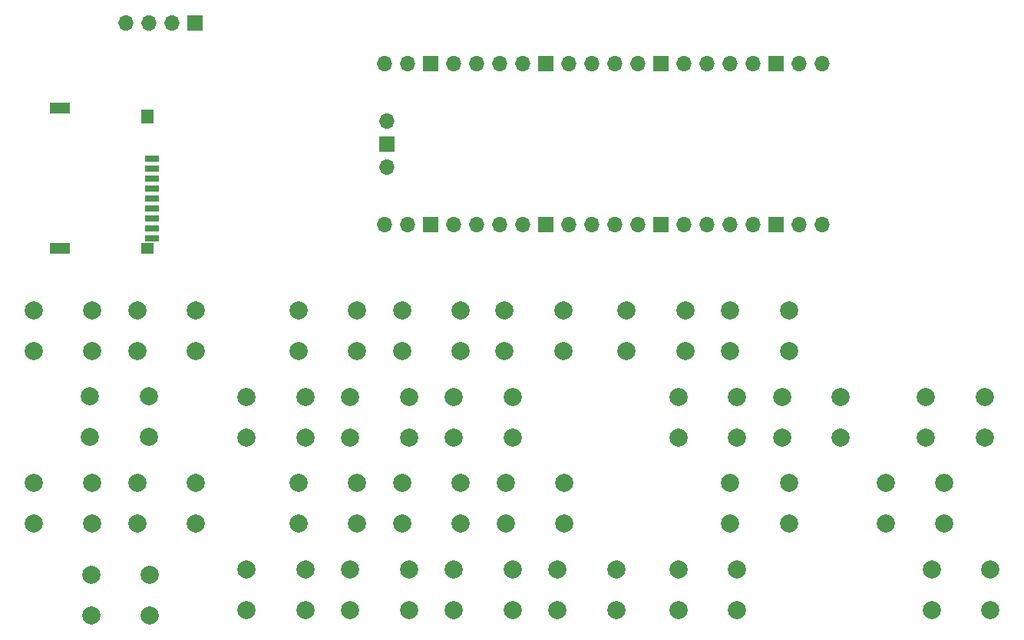
<source format=gbr>
G04 #@! TF.GenerationSoftware,KiCad,Pcbnew,5.1.5+dfsg1-2build2*
G04 #@! TF.CreationDate,2023-12-23T23:04:05+00:00*
G04 #@! TF.ProjectId,small_esc,736d616c-6c5f-4657-9363-2e6b69636164,rev?*
G04 #@! TF.SameCoordinates,Original*
G04 #@! TF.FileFunction,Copper,L2,Bot*
G04 #@! TF.FilePolarity,Positive*
%FSLAX46Y46*%
G04 Gerber Fmt 4.6, Leading zero omitted, Abs format (unit mm)*
G04 Created by KiCad (PCBNEW 5.1.5+dfsg1-2build2) date 2023-12-23 23:04:05*
%MOMM*%
%LPD*%
G04 APERTURE LIST*
%ADD10R,2.200000X1.200000*%
%ADD11R,1.400000X1.600000*%
%ADD12R,1.400000X1.200000*%
%ADD13R,1.600000X0.700000*%
%ADD14C,2.000000*%
%ADD15O,1.700000X1.700000*%
%ADD16R,1.700000X1.700000*%
G04 APERTURE END LIST*
D10*
X112160000Y-146555000D03*
X112160000Y-162055000D03*
D11*
X121760000Y-147455000D03*
D12*
X121760000Y-162055000D03*
D13*
X122260000Y-160905000D03*
X122260000Y-158705000D03*
X122260000Y-159805000D03*
X122260000Y-157605000D03*
X122260000Y-156505000D03*
X122260000Y-155405000D03*
X122260000Y-152105000D03*
X122260000Y-153205000D03*
X122260000Y-154305000D03*
D14*
X214780000Y-197485000D03*
X214780000Y-201985000D03*
X208280000Y-197485000D03*
X208280000Y-201985000D03*
X209700000Y-187960000D03*
X209700000Y-192460000D03*
X203200000Y-187960000D03*
X203200000Y-192460000D03*
X214145000Y-178435000D03*
X214145000Y-182935000D03*
X207645000Y-178435000D03*
X207645000Y-182935000D03*
X198270000Y-178435000D03*
X198270000Y-182935000D03*
X191770000Y-178435000D03*
X191770000Y-182935000D03*
X192555000Y-168910000D03*
X192555000Y-173410000D03*
X186055000Y-168910000D03*
X186055000Y-173410000D03*
X186840000Y-197485000D03*
X186840000Y-201985000D03*
X180340000Y-197485000D03*
X180340000Y-201985000D03*
X192555000Y-187960000D03*
X192555000Y-192460000D03*
X186055000Y-187960000D03*
X186055000Y-192460000D03*
X186840000Y-178435000D03*
X186840000Y-182935000D03*
X180340000Y-178435000D03*
X180340000Y-182935000D03*
X181125000Y-168910000D03*
X181125000Y-173410000D03*
X174625000Y-168910000D03*
X174625000Y-173410000D03*
X173505000Y-197485000D03*
X173505000Y-201985000D03*
X167005000Y-197485000D03*
X167005000Y-201985000D03*
X162075000Y-197485000D03*
X162075000Y-201985000D03*
X155575000Y-197485000D03*
X155575000Y-201985000D03*
X150645000Y-197485000D03*
X150645000Y-201985000D03*
X144145000Y-197485000D03*
X144145000Y-201985000D03*
X139215000Y-197485000D03*
X139215000Y-201985000D03*
X132715000Y-197485000D03*
X132715000Y-201985000D03*
X167790000Y-187960000D03*
X167790000Y-192460000D03*
X161290000Y-187960000D03*
X161290000Y-192460000D03*
X156360000Y-187960000D03*
X156360000Y-192460000D03*
X149860000Y-187960000D03*
X149860000Y-192460000D03*
X144930000Y-187960000D03*
X144930000Y-192460000D03*
X138430000Y-187960000D03*
X138430000Y-192460000D03*
X162075000Y-178435000D03*
X162075000Y-182935000D03*
X155575000Y-178435000D03*
X155575000Y-182935000D03*
X150645000Y-178435000D03*
X150645000Y-182935000D03*
X144145000Y-178435000D03*
X144145000Y-182935000D03*
X139215000Y-178435000D03*
X139215000Y-182935000D03*
X132715000Y-178435000D03*
X132715000Y-182935000D03*
X167640000Y-168910000D03*
X167640000Y-173410000D03*
X161140000Y-168910000D03*
X161140000Y-173410000D03*
X156360000Y-168910000D03*
X156360000Y-173410000D03*
X149860000Y-168910000D03*
X149860000Y-173410000D03*
X144930000Y-168910000D03*
X144930000Y-173410000D03*
X138430000Y-168910000D03*
X138430000Y-173410000D03*
X122070000Y-198120000D03*
X122070000Y-202620000D03*
X115570000Y-198120000D03*
X115570000Y-202620000D03*
X115720000Y-187960000D03*
X115720000Y-192460000D03*
X109220000Y-187960000D03*
X109220000Y-192460000D03*
X127150000Y-187960000D03*
X127150000Y-192460000D03*
X120650000Y-187960000D03*
X120650000Y-192460000D03*
X121920000Y-178380000D03*
X121920000Y-182880000D03*
X115420000Y-178380000D03*
X115420000Y-182880000D03*
X127150000Y-168910000D03*
X127150000Y-173410000D03*
X120650000Y-168910000D03*
X120650000Y-173410000D03*
X115720000Y-168910000D03*
X115720000Y-173410000D03*
X109220000Y-168910000D03*
X109220000Y-173410000D03*
D15*
X148185000Y-153035000D03*
D16*
X148185000Y-150495000D03*
D15*
X148185000Y-147955000D03*
X196215000Y-159385000D03*
X193675000Y-159385000D03*
D16*
X191135000Y-159385000D03*
D15*
X188595000Y-159385000D03*
X186055000Y-159385000D03*
X183515000Y-159385000D03*
X180975000Y-159385000D03*
D16*
X178435000Y-159385000D03*
D15*
X175895000Y-159385000D03*
X173355000Y-159385000D03*
X170815000Y-159385000D03*
X168275000Y-159385000D03*
D16*
X165735000Y-159385000D03*
D15*
X163195000Y-159385000D03*
X160655000Y-159385000D03*
X158115000Y-159385000D03*
X155575000Y-159385000D03*
D16*
X153035000Y-159385000D03*
D15*
X150495000Y-159385000D03*
X147955000Y-159385000D03*
X147955000Y-141605000D03*
X150495000Y-141605000D03*
D16*
X153035000Y-141605000D03*
D15*
X155575000Y-141605000D03*
X158115000Y-141605000D03*
X160655000Y-141605000D03*
X163195000Y-141605000D03*
D16*
X165735000Y-141605000D03*
D15*
X168275000Y-141605000D03*
X170815000Y-141605000D03*
X173355000Y-141605000D03*
X175895000Y-141605000D03*
D16*
X178435000Y-141605000D03*
D15*
X180975000Y-141605000D03*
X183515000Y-141605000D03*
X186055000Y-141605000D03*
X188595000Y-141605000D03*
D16*
X191135000Y-141605000D03*
D15*
X193675000Y-141605000D03*
X196215000Y-141605000D03*
X119380000Y-137160000D03*
X121920000Y-137160000D03*
X124460000Y-137160000D03*
D16*
X127000000Y-137160000D03*
M02*

</source>
